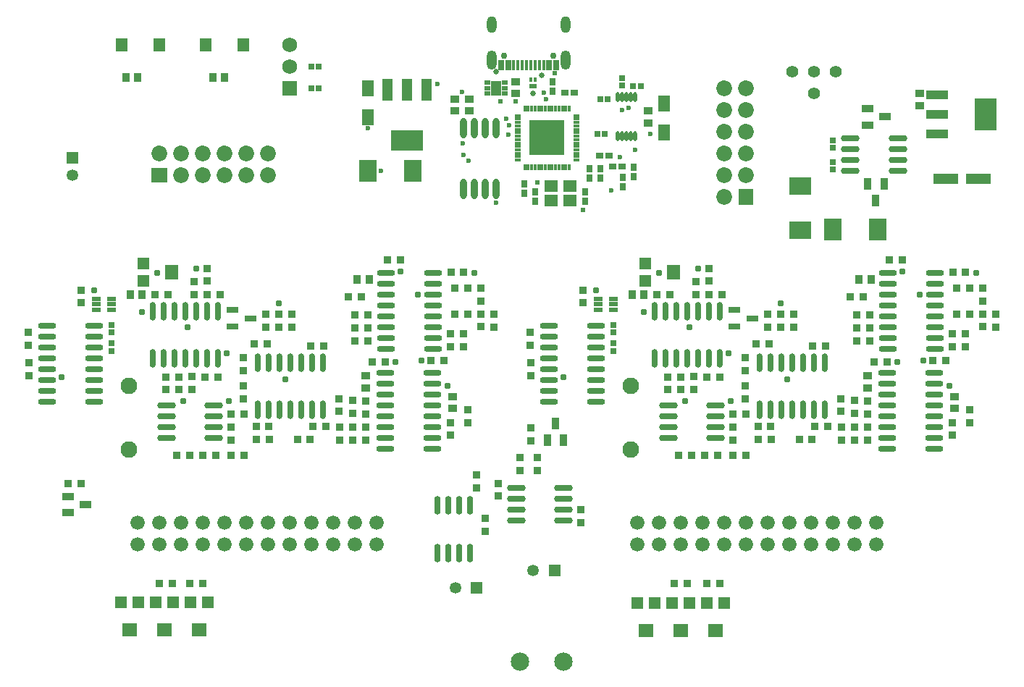
<source format=gbr>
%TF.GenerationSoftware,Altium Limited,Altium Designer,24.8.2 (39)*%
G04 Layer_Color=8388736*
%FSLAX45Y45*%
%MOMM*%
%TF.SameCoordinates,7B02E6E7-76C9-4046-B631-68F2DAB786CE*%
%TF.FilePolarity,Negative*%
%TF.FileFunction,Soldermask,Top*%
%TF.Part,Single*%
G01*
G75*
%TA.AperFunction,SMDPad,CuDef*%
%ADD98R,0.96561X0.90808*%
%ADD99R,0.90808X0.96561*%
%ADD100R,0.64160X0.66726*%
%ADD101R,0.66726X0.64160*%
%ADD102R,4.10159X4.10159*%
%ADD103R,0.30160X0.76660*%
%ADD104R,0.76660X0.30160*%
%ADD105R,0.64160X0.89169*%
%ADD106R,0.89169X0.64160*%
%ADD107O,2.12099X0.75201*%
%ADD108R,1.40000X0.75000*%
%ADD109R,1.05000X0.55000*%
%ADD110R,1.65000X1.75000*%
%ADD111R,1.35000X1.35000*%
%ADD112O,2.19501X0.73801*%
%ADD113O,0.72399X2.18800*%
%ADD114R,0.95000X1.05000*%
%ADD115R,1.05000X0.95000*%
%ADD116R,1.40001X0.85000*%
%ADD117O,0.45000X1.15000*%
%ADD118R,1.35000X1.35000*%
%ADD119R,1.75000X1.65000*%
%ADD120R,0.85000X1.40001*%
%TA.AperFunction,TestPad*%
G04:AMPARAMS|DCode=121|XSize=0.4mm|YSize=1.25mm|CornerRadius=0.0875mm|HoleSize=0mm|Usage=FLASHONLY|Rotation=180.000|XOffset=0mm|YOffset=0mm|HoleType=Round|Shape=RoundedRectangle|*
%AMROUNDEDRECTD121*
21,1,0.40000,1.07500,0,0,180.0*
21,1,0.22500,1.25000,0,0,180.0*
1,1,0.17500,-0.11250,0.53750*
1,1,0.17500,0.11250,0.53750*
1,1,0.17500,0.11250,-0.53750*
1,1,0.17500,-0.11250,-0.53750*
%
%ADD121ROUNDEDRECTD121*%
G04:AMPARAMS|DCode=122|XSize=0.7mm|YSize=1.25mm|CornerRadius=0.125mm|HoleSize=0mm|Usage=FLASHONLY|Rotation=180.000|XOffset=0mm|YOffset=0mm|HoleType=Round|Shape=RoundedRectangle|*
%AMROUNDEDRECTD122*
21,1,0.70000,1.00000,0,0,180.0*
21,1,0.45000,1.25000,0,0,180.0*
1,1,0.25000,-0.22500,0.50000*
1,1,0.25000,0.22500,0.50000*
1,1,0.25000,0.22500,-0.50000*
1,1,0.25000,-0.22500,-0.50000*
%
%ADD122ROUNDEDRECTD122*%
%TA.AperFunction,SMDPad,CuDef*%
%ADD123R,0.40001X0.60001*%
%ADD124R,0.85000X0.60001*%
%ADD125C,1.40000*%
%ADD126R,0.65000X0.50001*%
%ADD127R,1.15000X1.75000*%
%ADD128R,1.25000X2.65000*%
%ADD129R,3.75000X2.49000*%
%ADD130R,2.05000X2.52599*%
%ADD131R,1.44601X1.90750*%
%ADD132R,2.62000X3.75000*%
%ADD133R,2.62000X1.13001*%
%ADD134R,2.95000X1.25000*%
%ADD135R,2.52599X2.05000*%
%ADD136O,0.73801X2.19501*%
%ADD137R,1.38000X1.50999*%
%ADD138O,0.78000X2.40001*%
%ADD139R,1.55000X1.35000*%
%TA.AperFunction,ComponentPad*%
%ADD140R,1.35000X1.35000*%
%ADD141C,1.35000*%
%ADD142C,1.67400*%
%ADD143C,1.95000*%
%TA.AperFunction,TestPad*%
%ADD144O,1.15000X2.25000*%
%ADD145C,0.75000*%
%ADD146O,1.15000X1.95000*%
%TA.AperFunction,ComponentPad*%
%ADD147R,1.35000X1.35000*%
%ADD148C,2.15000*%
%ADD149C,1.75000*%
%ADD150R,1.75000X1.75000*%
%ADD151C,1.85000*%
%ADD152R,1.85000X1.75000*%
%ADD153R,1.75000X1.85000*%
%TA.AperFunction,ViaPad*%
%ADD154C,0.60000*%
%ADD155C,0.75960*%
%ADD156C,0.60720*%
%ADD157C,0.65800*%
%ADD158C,0.78500*%
D98*
X2402400Y5167673D02*
D03*
Y5017000D02*
D03*
X2554800Y5321800D02*
D03*
Y5171127D02*
D03*
X2072200Y3901127D02*
D03*
Y4051800D02*
D03*
X2224600Y3901127D02*
D03*
Y4051800D02*
D03*
X2377000Y3902855D02*
D03*
Y4053527D02*
D03*
X1081600Y4917127D02*
D03*
Y5067800D02*
D03*
X468697Y4215394D02*
D03*
Y4064721D02*
D03*
X465957Y4423349D02*
D03*
Y4574022D02*
D03*
X8844040Y3947985D02*
D03*
Y3797312D02*
D03*
X9260400Y4636000D02*
D03*
Y4786673D02*
D03*
X9108000Y4636000D02*
D03*
Y4786673D02*
D03*
X9412800Y4636000D02*
D03*
Y4786673D02*
D03*
X8844040Y4278185D02*
D03*
Y4127512D02*
D03*
X8269800Y5167673D02*
D03*
Y5017000D02*
D03*
X8422200Y5321800D02*
D03*
Y5171127D02*
D03*
X7939600Y3901127D02*
D03*
Y4051800D02*
D03*
X8092000Y3901127D02*
D03*
Y4051800D02*
D03*
X8244400Y3902855D02*
D03*
Y4053527D02*
D03*
X6949000Y4917127D02*
D03*
Y5067800D02*
D03*
X6336097Y4215394D02*
D03*
Y4064721D02*
D03*
X6333357Y4423349D02*
D03*
Y4574022D02*
D03*
X5958400Y2656527D02*
D03*
Y2807200D02*
D03*
X6923600Y2500673D02*
D03*
Y2350000D02*
D03*
X6415600Y2959600D02*
D03*
Y3110273D02*
D03*
X6212400Y2959600D02*
D03*
Y3110273D02*
D03*
X5704400Y2756400D02*
D03*
Y2907073D02*
D03*
X5806000Y2248400D02*
D03*
Y2399073D02*
D03*
X2834200Y3465873D02*
D03*
Y3315200D02*
D03*
X5757940Y5088445D02*
D03*
Y4937772D02*
D03*
X5907600Y4636000D02*
D03*
Y4786673D02*
D03*
X5755200Y4788400D02*
D03*
Y4637727D02*
D03*
X4253860Y3624755D02*
D03*
Y3775428D02*
D03*
X4411740Y3767645D02*
D03*
Y3616972D02*
D03*
X4409000Y3465873D02*
D03*
Y3315200D02*
D03*
X5399600Y3367727D02*
D03*
Y3518400D02*
D03*
X5602800Y3669073D02*
D03*
Y3518400D02*
D03*
X4091500Y3647940D02*
D03*
Y3798613D02*
D03*
X8701600Y3465873D02*
D03*
Y3315200D02*
D03*
X11625340Y5088445D02*
D03*
Y4937772D02*
D03*
X11775000Y4636000D02*
D03*
Y4786673D02*
D03*
X11622600Y4788400D02*
D03*
Y4637727D02*
D03*
X10121260Y3624755D02*
D03*
Y3775428D02*
D03*
X10279140Y3767645D02*
D03*
Y3616972D02*
D03*
X10276400Y3465873D02*
D03*
Y3315200D02*
D03*
X11267000Y3367727D02*
D03*
Y3518400D02*
D03*
X11470200Y3669073D02*
D03*
Y3518400D02*
D03*
X9958900Y3647940D02*
D03*
Y3798613D02*
D03*
X6339400Y3455713D02*
D03*
Y3305040D02*
D03*
X2976640Y3947985D02*
D03*
Y3797312D02*
D03*
X3393000Y4636000D02*
D03*
Y4786673D02*
D03*
X3240600Y4636000D02*
D03*
Y4786673D02*
D03*
X3545400Y4636000D02*
D03*
Y4786673D02*
D03*
X2976640Y4278185D02*
D03*
Y4127512D02*
D03*
D99*
X2531127Y4051800D02*
D03*
X2681800D02*
D03*
X2095873Y5017000D02*
D03*
X1945200D02*
D03*
X2834200Y3620000D02*
D03*
X2984873D02*
D03*
X2835927Y3137400D02*
D03*
X2986600D02*
D03*
X8973055Y4438080D02*
D03*
X9123728D02*
D03*
X8398527Y4051800D02*
D03*
X8549200D02*
D03*
X7963273Y5017000D02*
D03*
X7812600D02*
D03*
X8017527Y1638800D02*
D03*
X8168200D02*
D03*
X8549200D02*
D03*
X8398527D02*
D03*
X2146673D02*
D03*
X1996000D02*
D03*
X2502273D02*
D03*
X2351600D02*
D03*
X2504000Y3137400D02*
D03*
X2654673D02*
D03*
X4434400Y4623300D02*
D03*
X4283727D02*
D03*
X4664727Y5423400D02*
D03*
X4815400D02*
D03*
X5404355Y5273740D02*
D03*
X5555028D02*
D03*
X2200927Y3137400D02*
D03*
X2351600D02*
D03*
X4283727Y4470900D02*
D03*
X4434400D02*
D03*
X5452127Y5093200D02*
D03*
X5602800D02*
D03*
X5550273Y4559800D02*
D03*
X5399600D02*
D03*
X4434400Y4775700D02*
D03*
X4283727D02*
D03*
X4205800Y4991600D02*
D03*
X4356473D02*
D03*
X5598045Y4785660D02*
D03*
X5447372D02*
D03*
X5323400Y4242300D02*
D03*
X5172727D02*
D03*
X5550273Y4407400D02*
D03*
X5399600D02*
D03*
X4254873Y3467600D02*
D03*
X4104200D02*
D03*
X4485200Y4229600D02*
D03*
X4635873D02*
D03*
X4105927Y3315200D02*
D03*
X4256600D02*
D03*
X3608900Y3317740D02*
D03*
X3759573D02*
D03*
X3128027D02*
D03*
X3278700D02*
D03*
X8574600Y5017000D02*
D03*
X8423927D02*
D03*
X9655827Y3470140D02*
D03*
X9806500D02*
D03*
X9144373D02*
D03*
X8993700D02*
D03*
X8701600Y3620000D02*
D03*
X8852273D02*
D03*
X8703327Y3137400D02*
D03*
X8854000D02*
D03*
X8371400D02*
D03*
X8522073D02*
D03*
X10301800Y4623300D02*
D03*
X10151127D02*
D03*
X10532127Y5423400D02*
D03*
X10682800D02*
D03*
X11271755Y5273740D02*
D03*
X11422428D02*
D03*
X8068327Y3137400D02*
D03*
X8219000D02*
D03*
X10151127Y4470900D02*
D03*
X10301800D02*
D03*
X11319527Y5093200D02*
D03*
X11470200D02*
D03*
X11417673Y4559800D02*
D03*
X11267000D02*
D03*
X10301800Y4775700D02*
D03*
X10151127D02*
D03*
X10073200Y4991600D02*
D03*
X10223873D02*
D03*
X11465445Y4785660D02*
D03*
X11314772D02*
D03*
X11190800Y4242300D02*
D03*
X11040127D02*
D03*
X11417673Y4407400D02*
D03*
X11267000D02*
D03*
X10122273Y3467600D02*
D03*
X9971600D02*
D03*
X10352600Y4229600D02*
D03*
X10503273D02*
D03*
X9973327Y3315200D02*
D03*
X10124000D02*
D03*
X9476300Y3317740D02*
D03*
X9626973D02*
D03*
X8995427D02*
D03*
X9146100D02*
D03*
X9633455Y4412680D02*
D03*
X9784128D02*
D03*
X1079873Y2807200D02*
D03*
X929200D02*
D03*
X2707200Y5017000D02*
D03*
X2556527D02*
D03*
X3766055Y4412680D02*
D03*
X3916728D02*
D03*
X3788427Y3470140D02*
D03*
X3939100D02*
D03*
X3276973D02*
D03*
X3126300D02*
D03*
X3105655Y4438080D02*
D03*
X3256328D02*
D03*
D100*
X1433897Y4657557D02*
D03*
Y4570994D02*
D03*
X1437200Y4443163D02*
D03*
Y4356600D02*
D03*
X7301297Y4657557D02*
D03*
Y4570994D02*
D03*
X7304600Y4443163D02*
D03*
Y4356600D02*
D03*
X9870000Y6820400D02*
D03*
Y6733837D02*
D03*
Y6566400D02*
D03*
Y6479837D02*
D03*
X7404640Y7545006D02*
D03*
Y7458443D02*
D03*
D101*
X7239203Y7297420D02*
D03*
X7152640D02*
D03*
X7203000Y6896600D02*
D03*
X7116437D02*
D03*
X3860563Y7430000D02*
D03*
X3774000D02*
D03*
X7622806Y7456960D02*
D03*
X7536243D02*
D03*
X3860563Y7684000D02*
D03*
X3774000D02*
D03*
D102*
X6528300Y6847934D02*
D03*
D103*
X6788294Y6507193D02*
D03*
X6748315D02*
D03*
X6708310D02*
D03*
X6668305D02*
D03*
X6628300D02*
D03*
X6588295D02*
D03*
X6548315D02*
D03*
X6508310D02*
D03*
X6468305D02*
D03*
X6428300D02*
D03*
X6388295D02*
D03*
X6348315D02*
D03*
X6308310D02*
D03*
X6268305D02*
D03*
Y7188700D02*
D03*
X6308310D02*
D03*
X6348315D02*
D03*
X6388295D02*
D03*
X6428300D02*
D03*
X6468305D02*
D03*
X6508310D02*
D03*
X6548315D02*
D03*
X6588295D02*
D03*
X6628300D02*
D03*
X6668305D02*
D03*
X6708310D02*
D03*
X6748315D02*
D03*
X6788294D02*
D03*
D104*
X6187559Y6587939D02*
D03*
Y6627944D02*
D03*
Y6667949D02*
D03*
Y6707929D02*
D03*
Y6747934D02*
D03*
Y6787939D02*
D03*
Y6827944D02*
D03*
Y6867949D02*
D03*
Y6907929D02*
D03*
Y6947934D02*
D03*
Y6987939D02*
D03*
Y7027944D02*
D03*
Y7067949D02*
D03*
Y7107928D02*
D03*
X6869066D02*
D03*
Y7067949D02*
D03*
Y7027944D02*
D03*
Y6987939D02*
D03*
Y6947934D02*
D03*
Y6907929D02*
D03*
Y6867949D02*
D03*
Y6827944D02*
D03*
Y6787939D02*
D03*
Y6747934D02*
D03*
Y6707929D02*
D03*
Y6667949D02*
D03*
Y6627944D02*
D03*
Y6587939D02*
D03*
D105*
X6390200Y6218217D02*
D03*
Y6109200D02*
D03*
X6974400D02*
D03*
Y6218217D02*
D03*
X7539440Y6504419D02*
D03*
Y6395402D02*
D03*
X7414980Y6385039D02*
D03*
Y6276022D02*
D03*
X6593400Y7397183D02*
D03*
Y7506200D02*
D03*
X6263200Y6312400D02*
D03*
Y6203383D02*
D03*
X7152200Y6490200D02*
D03*
Y6381183D02*
D03*
X7025200Y6490200D02*
D03*
Y6381183D02*
D03*
D106*
X6844860Y7374120D02*
D03*
X6735843D02*
D03*
X7297183Y6515600D02*
D03*
X7406200D02*
D03*
X7144783Y6642600D02*
D03*
X7253800D02*
D03*
D107*
X10516684Y5271000D02*
D03*
Y5144000D02*
D03*
Y5017000D02*
D03*
Y4890000D02*
D03*
Y4763000D02*
D03*
Y4636000D02*
D03*
Y4509000D02*
D03*
Y4382000D02*
D03*
X11063800Y5271000D02*
D03*
Y5144000D02*
D03*
Y5017000D02*
D03*
Y4890000D02*
D03*
Y4763000D02*
D03*
Y4636000D02*
D03*
Y4509000D02*
D03*
Y4382000D02*
D03*
X4649284Y5271000D02*
D03*
Y5144000D02*
D03*
Y5017000D02*
D03*
Y4890000D02*
D03*
Y4763000D02*
D03*
Y4636000D02*
D03*
Y4509000D02*
D03*
Y4382000D02*
D03*
X5196400Y5271000D02*
D03*
Y5144000D02*
D03*
Y5017000D02*
D03*
Y4890000D02*
D03*
Y4763000D02*
D03*
Y4636000D02*
D03*
Y4509000D02*
D03*
Y4382000D02*
D03*
X4637600Y4102600D02*
D03*
Y3975600D02*
D03*
Y3848600D02*
D03*
Y3721600D02*
D03*
Y3594600D02*
D03*
Y3467600D02*
D03*
Y3340600D02*
D03*
Y3213600D02*
D03*
X5184716Y4102600D02*
D03*
Y3975600D02*
D03*
Y3848600D02*
D03*
Y3721600D02*
D03*
Y3594600D02*
D03*
Y3467600D02*
D03*
Y3340600D02*
D03*
Y3213600D02*
D03*
X1230697Y3758194D02*
D03*
Y3885194D02*
D03*
Y4012194D02*
D03*
Y4139194D02*
D03*
Y4266194D02*
D03*
Y4393194D02*
D03*
Y4520194D02*
D03*
Y4647194D02*
D03*
X683581Y3758194D02*
D03*
Y3885194D02*
D03*
Y4012194D02*
D03*
Y4139194D02*
D03*
Y4266194D02*
D03*
Y4393194D02*
D03*
Y4520194D02*
D03*
Y4647194D02*
D03*
X10505000Y4102600D02*
D03*
Y3975600D02*
D03*
Y3848600D02*
D03*
Y3721600D02*
D03*
Y3594600D02*
D03*
Y3467600D02*
D03*
Y3340600D02*
D03*
Y3213600D02*
D03*
X11052116Y4102600D02*
D03*
Y3975600D02*
D03*
Y3848600D02*
D03*
Y3721600D02*
D03*
Y3594600D02*
D03*
Y3467600D02*
D03*
Y3340600D02*
D03*
Y3213600D02*
D03*
X7098097Y3758194D02*
D03*
Y3885194D02*
D03*
Y4012194D02*
D03*
Y4139194D02*
D03*
Y4266194D02*
D03*
Y4393194D02*
D03*
Y4520194D02*
D03*
Y4647194D02*
D03*
X6550981Y3758194D02*
D03*
Y3885194D02*
D03*
Y4012194D02*
D03*
Y4139194D02*
D03*
Y4266194D02*
D03*
Y4393194D02*
D03*
Y4520194D02*
D03*
Y4647194D02*
D03*
D108*
X3062800Y4737600D02*
D03*
X2852800Y4642100D02*
D03*
Y4833100D02*
D03*
X8930200Y4737600D02*
D03*
X8720200Y4642100D02*
D03*
Y4833100D02*
D03*
D109*
X1437200Y4836203D02*
D03*
X1257216D02*
D03*
Y4901202D02*
D03*
Y4966200D02*
D03*
X1437200D02*
D03*
Y4901202D02*
D03*
X7304600Y4836203D02*
D03*
X7124616D02*
D03*
Y4901202D02*
D03*
Y4966200D02*
D03*
X7304600D02*
D03*
Y4901202D02*
D03*
D110*
X2136900Y5276100D02*
D03*
X8004300D02*
D03*
D111*
X1811907Y5376100D02*
D03*
Y5176101D02*
D03*
X7679307Y5376100D02*
D03*
Y5176101D02*
D03*
D112*
X2076518Y3721600D02*
D03*
Y3594600D02*
D03*
Y3467600D02*
D03*
Y3340600D02*
D03*
X2631000Y3721600D02*
D03*
Y3594600D02*
D03*
Y3467600D02*
D03*
Y3340600D02*
D03*
X7943918Y3721600D02*
D03*
Y3594600D02*
D03*
Y3467600D02*
D03*
Y3340600D02*
D03*
X8498400Y3721600D02*
D03*
Y3594600D02*
D03*
Y3467600D02*
D03*
Y3340600D02*
D03*
X10073200Y6845800D02*
D03*
Y6718800D02*
D03*
Y6591800D02*
D03*
Y6464800D02*
D03*
X10627682Y6845800D02*
D03*
Y6718800D02*
D03*
Y6591800D02*
D03*
Y6464800D02*
D03*
X6720400Y2375400D02*
D03*
Y2502400D02*
D03*
Y2629400D02*
D03*
Y2756400D02*
D03*
X6165918Y2375400D02*
D03*
Y2502400D02*
D03*
Y2629400D02*
D03*
Y2756400D02*
D03*
D113*
X3910397Y4217934D02*
D03*
X3783397D02*
D03*
X3656397D02*
D03*
X3529397D02*
D03*
X3402397D02*
D03*
X3275397D02*
D03*
X3148397D02*
D03*
X3910397Y3664112D02*
D03*
X3783397D02*
D03*
X3656397D02*
D03*
X3529397D02*
D03*
X3402397D02*
D03*
X3275397D02*
D03*
X3148397D02*
D03*
X2678497Y4820016D02*
D03*
X2551497D02*
D03*
X2424497D02*
D03*
X2297497D02*
D03*
X2170497D02*
D03*
X2043497D02*
D03*
X1916497D02*
D03*
X2678497Y4266194D02*
D03*
X2551497D02*
D03*
X2424497D02*
D03*
X2297497D02*
D03*
X2170497D02*
D03*
X2043497D02*
D03*
X1916497D02*
D03*
X9777797Y4217934D02*
D03*
X9650797D02*
D03*
X9523797D02*
D03*
X9396797D02*
D03*
X9269797D02*
D03*
X9142797D02*
D03*
X9015797D02*
D03*
X9777797Y3664112D02*
D03*
X9650797D02*
D03*
X9523797D02*
D03*
X9396797D02*
D03*
X9269797D02*
D03*
X9142797D02*
D03*
X9015797D02*
D03*
X8545897Y4820016D02*
D03*
X8418897D02*
D03*
X8291897D02*
D03*
X8164897D02*
D03*
X8037897D02*
D03*
X7910897D02*
D03*
X7783897D02*
D03*
X8545897Y4266194D02*
D03*
X8418897D02*
D03*
X8291897D02*
D03*
X8164897D02*
D03*
X8037897D02*
D03*
X7910897D02*
D03*
X7783897D02*
D03*
D114*
X4447100Y5194800D02*
D03*
X4307095D02*
D03*
X1792800Y5017000D02*
D03*
X1652795D02*
D03*
X10314500Y5194800D02*
D03*
X10174495D02*
D03*
X7660200Y5017000D02*
D03*
X7520195D02*
D03*
X1742000Y7557000D02*
D03*
X1601995D02*
D03*
X2758000D02*
D03*
X2617995D02*
D03*
D115*
X5419920Y3683500D02*
D03*
Y3823505D02*
D03*
X4405697Y3922989D02*
D03*
Y4062994D02*
D03*
X11287320Y3683500D02*
D03*
Y3823505D02*
D03*
X10273097Y3922989D02*
D03*
Y4062994D02*
D03*
X6161600Y7506200D02*
D03*
Y7366195D02*
D03*
X10886000Y7366805D02*
D03*
Y7226800D02*
D03*
X5615500Y7163300D02*
D03*
Y7303305D02*
D03*
X5450400Y7163300D02*
D03*
Y7303305D02*
D03*
X7707697Y7161794D02*
D03*
Y7021789D02*
D03*
D116*
X10476400Y7093196D02*
D03*
X10276400Y6998200D02*
D03*
Y7188192D02*
D03*
X929200Y2654800D02*
D03*
Y2464808D02*
D03*
X1129200Y2559804D02*
D03*
D117*
X7558600Y7328400D02*
D03*
X7508587D02*
D03*
X7458600D02*
D03*
X7408588D02*
D03*
X7358600D02*
D03*
Y6868406D02*
D03*
X7408588D02*
D03*
X7458600D02*
D03*
X7508587D02*
D03*
X7558600D02*
D03*
D118*
X7587200Y1410200D02*
D03*
X7787200D02*
D03*
X7993600D02*
D03*
X8193600D02*
D03*
X8400000D02*
D03*
X8600000D02*
D03*
X1545501Y1416493D02*
D03*
X1745500D02*
D03*
X1951901D02*
D03*
X2151900D02*
D03*
X2358301D02*
D03*
X2558300D02*
D03*
D119*
X7687200Y1085207D02*
D03*
X8093600D02*
D03*
X8500000D02*
D03*
X1645500Y1091500D02*
D03*
X2051900D02*
D03*
X2458300D02*
D03*
D120*
X6532948Y3310120D02*
D03*
X6722940D02*
D03*
X6627944Y3510120D02*
D03*
X10466392Y6312400D02*
D03*
X10276400D02*
D03*
X10371396Y6112401D02*
D03*
D121*
X6339000Y7700250D02*
D03*
X6289000D02*
D03*
X6239000D02*
D03*
X6389000D02*
D03*
X6439000D02*
D03*
X6489000D02*
D03*
X6189000D02*
D03*
X6139000D02*
D03*
D122*
X6554000D02*
D03*
X6634000D02*
D03*
X6074000D02*
D03*
X5994000D02*
D03*
D123*
X6387304Y7525403D02*
D03*
X6342296D02*
D03*
D124*
X6364800Y7455400D02*
D03*
D125*
X9652000Y7366000D02*
D03*
X9906000Y7620000D02*
D03*
X9398000D02*
D03*
X9652000D02*
D03*
D126*
X6033000Y7365002D02*
D03*
Y7430000D02*
D03*
Y7494999D02*
D03*
X5833000D02*
D03*
Y7430000D02*
D03*
Y7365002D02*
D03*
D127*
X5933000Y7430000D02*
D03*
D128*
X5121597Y7414392D02*
D03*
X4891600D02*
D03*
X4661603D02*
D03*
D129*
X4891600Y6820400D02*
D03*
D130*
X4954389Y6464800D02*
D03*
X4434400D02*
D03*
X10389989Y5779000D02*
D03*
X9870000D02*
D03*
D131*
X4434400Y7092739D02*
D03*
Y7430000D02*
D03*
X7898000Y6910969D02*
D03*
Y7248230D02*
D03*
D132*
X11651500Y7122780D02*
D03*
D133*
X11084521Y6892783D02*
D03*
Y7122780D02*
D03*
Y7352777D02*
D03*
D134*
X11572062Y6372710D02*
D03*
X11192052D02*
D03*
D135*
X9489000Y5767011D02*
D03*
Y6287000D02*
D03*
D136*
X5628200Y2548882D02*
D03*
X5501200D02*
D03*
X5374200D02*
D03*
X5247200D02*
D03*
X5628200Y1994400D02*
D03*
X5501200D02*
D03*
X5374200D02*
D03*
X5247200D02*
D03*
D137*
X1559018Y7938000D02*
D03*
X1996000D02*
D03*
X2540100Y7934640D02*
D03*
X2977081D02*
D03*
D138*
X5933000Y6960100D02*
D03*
X5806000D02*
D03*
X5679000D02*
D03*
X5552000D02*
D03*
X5933000Y6254082D02*
D03*
X5806000D02*
D03*
X5679000D02*
D03*
X5552000D02*
D03*
D139*
X6576585Y6116998D02*
D03*
X6796600Y6287000D02*
D03*
Y6116998D02*
D03*
X6576585Y6287000D02*
D03*
D140*
X5704400Y1588000D02*
D03*
X6614800Y1791200D02*
D03*
D141*
X5454400Y1588000D02*
D03*
X980000Y6414000D02*
D03*
X6364800Y1791200D02*
D03*
D142*
X10378000Y2350000D02*
D03*
Y2096000D02*
D03*
X10124000Y2350000D02*
D03*
Y2096000D02*
D03*
X9870000Y2350000D02*
D03*
Y2096000D02*
D03*
X9616000Y2350000D02*
D03*
Y2096000D02*
D03*
X9362000Y2350000D02*
D03*
Y2096000D02*
D03*
X9108000Y2350000D02*
D03*
Y2096000D02*
D03*
X8854000Y2350000D02*
D03*
Y2096000D02*
D03*
X8600000Y2350000D02*
D03*
Y2096000D02*
D03*
X8346000Y2350000D02*
D03*
Y2096000D02*
D03*
X8092000Y2350000D02*
D03*
Y2096000D02*
D03*
X7838000Y2350000D02*
D03*
Y2096000D02*
D03*
X7584000Y2350000D02*
D03*
Y2096000D02*
D03*
X1742000D02*
D03*
Y2350000D02*
D03*
X1996000Y2096000D02*
D03*
Y2350000D02*
D03*
X2250000Y2096000D02*
D03*
Y2350000D02*
D03*
X2504000Y2096000D02*
D03*
Y2350000D02*
D03*
X2758000Y2096000D02*
D03*
Y2350000D02*
D03*
X3012000Y2096000D02*
D03*
Y2350000D02*
D03*
X3266000Y2096000D02*
D03*
Y2350000D02*
D03*
X3520000Y2096000D02*
D03*
Y2350000D02*
D03*
X3774000Y2096000D02*
D03*
Y2350000D02*
D03*
X4028000Y2096000D02*
D03*
Y2350000D02*
D03*
X4282000Y2096000D02*
D03*
Y2350000D02*
D03*
X4536000Y2096000D02*
D03*
Y2350000D02*
D03*
D143*
X1640400Y3200189D02*
D03*
Y3950200D02*
D03*
X7507800Y3200189D02*
D03*
Y3950200D02*
D03*
D144*
X5882000Y7757750D02*
D03*
X6746000D02*
D03*
D145*
X6603000Y7807750D02*
D03*
X6025000D02*
D03*
D146*
X6746000Y8175750D02*
D03*
X5882000D02*
D03*
D147*
X980000Y6614000D02*
D03*
D148*
X6212400Y724400D02*
D03*
X6720400D02*
D03*
D149*
X3520000Y7938000D02*
D03*
Y7684000D02*
D03*
D150*
Y7430000D02*
D03*
D151*
X3266000Y6668000D02*
D03*
Y6414000D02*
D03*
X3012000Y6668000D02*
D03*
Y6414000D02*
D03*
X2758000Y6668000D02*
D03*
Y6414000D02*
D03*
X2504000Y6668000D02*
D03*
Y6414000D02*
D03*
X2250000Y6668000D02*
D03*
Y6414000D02*
D03*
X1996000Y6668000D02*
D03*
X8600000Y7430000D02*
D03*
X8854000D02*
D03*
X8600000Y7176000D02*
D03*
X8854000D02*
D03*
X8600000Y6922000D02*
D03*
X8854000D02*
D03*
X8600000Y6668000D02*
D03*
X8854000D02*
D03*
X8600000Y6414000D02*
D03*
X8854000D02*
D03*
X8600000Y6160000D02*
D03*
D152*
X1996000Y6414000D02*
D03*
D153*
X8854000Y6160000D02*
D03*
D154*
X4436940Y6960100D02*
D03*
X7383780Y6624320D02*
D03*
X7279200Y6231120D02*
D03*
X7736400Y6896600D02*
D03*
X7556060Y6708640D02*
D03*
X6072700Y6886068D02*
D03*
X6085400Y6998200D02*
D03*
X5607880Y6576560D02*
D03*
X5549460Y6645140D02*
D03*
X5544380Y6782300D02*
D03*
X5933000Y6091420D02*
D03*
X7482400Y7201400D02*
D03*
X7406200Y7176000D02*
D03*
X6491800Y7379200D02*
D03*
X6517200Y7303000D02*
D03*
X4586800Y6464800D02*
D03*
X5247200Y7480800D02*
D03*
X5534220Y7384280D02*
D03*
X6047300Y7074400D02*
D03*
D155*
X6528300Y6747959D02*
D03*
X6528249Y6947908D02*
D03*
X6528300Y6847959D02*
D03*
X6628300Y6947959D02*
D03*
X6428300D02*
D03*
X6628274Y6747959D02*
D03*
Y6847934D02*
D03*
X6428300Y6747959D02*
D03*
Y6847959D02*
D03*
D156*
X6619234Y7608234D02*
D03*
X6949000Y6007600D02*
D03*
X6415600Y6325100D02*
D03*
X6161600Y7277600D02*
D03*
X5983800D02*
D03*
D157*
X6466400Y7582400D02*
D03*
X5933000Y7617960D02*
D03*
X6364800Y7366500D02*
D03*
D158*
X7101400Y5067800D02*
D03*
X8295200Y5321800D02*
D03*
X7838000Y5271000D02*
D03*
X7660200Y4813800D02*
D03*
X5361500Y3950200D02*
D03*
X10619300Y4229600D02*
D03*
X8676200Y3772400D02*
D03*
X2326200Y4636000D02*
D03*
X1970600Y5271000D02*
D03*
X1792800Y4813800D02*
D03*
X3469200Y4026400D02*
D03*
X2275400Y3772400D02*
D03*
X2808800D02*
D03*
X4815400Y5283700D02*
D03*
X5679000Y5271000D02*
D03*
X5056700Y4242300D02*
D03*
X4751900Y4229600D02*
D03*
X5018600Y5017000D02*
D03*
X3393000Y4915400D02*
D03*
X2427800Y5321800D02*
D03*
X2783400Y4331200D02*
D03*
X853000Y4051800D02*
D03*
X1234000Y5067800D02*
D03*
X8193600Y4636000D02*
D03*
X6720400Y4051800D02*
D03*
X8142800Y3772400D02*
D03*
X10886000Y5017000D02*
D03*
X10682800Y5283700D02*
D03*
X10924100Y4242300D02*
D03*
X9260400Y4915400D02*
D03*
X9336600Y4026400D02*
D03*
X11228900Y3950200D02*
D03*
X11546400Y5271000D02*
D03*
X8650800Y4331200D02*
D03*
%TF.MD5,6d86803ebb26d81517de3c1a9b24fd6e*%
M02*

</source>
